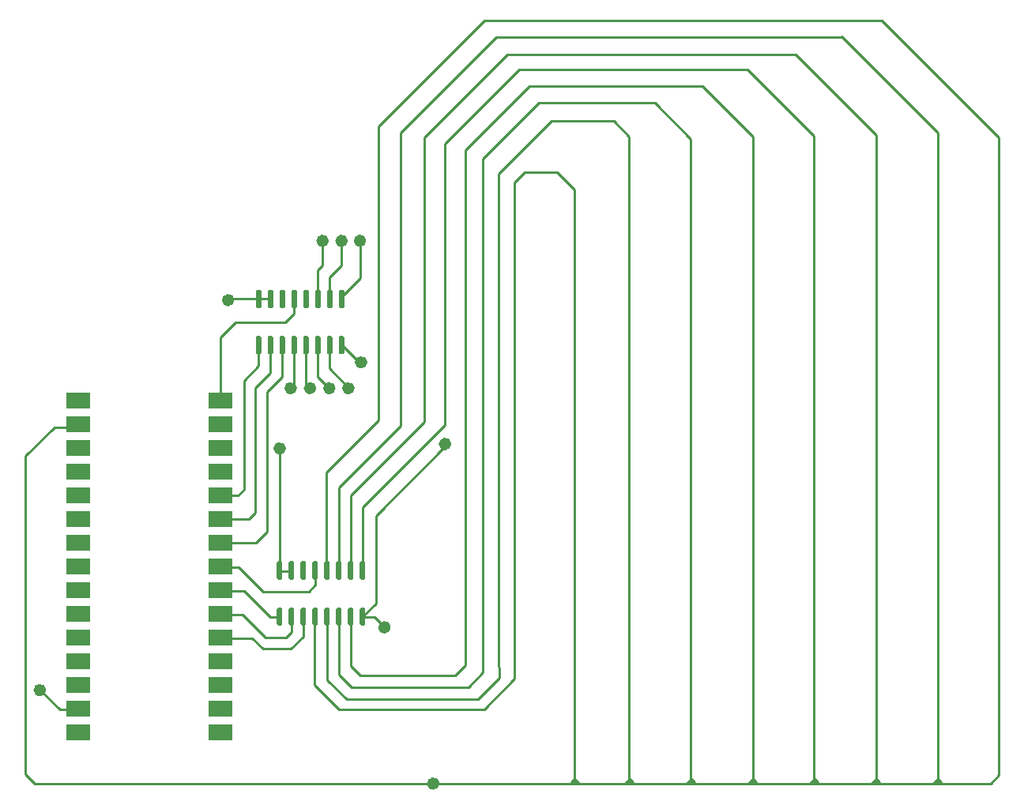
<source format=gbr>
%TF.GenerationSoftware,KiCad,Pcbnew,(6.0.7)*%
%TF.CreationDate,2022-11-17T10:47:32-05:00*%
%TF.ProjectId,double_layer_prototype,646f7562-6c65-45f6-9c61-7965725f7072,rev?*%
%TF.SameCoordinates,Original*%
%TF.FileFunction,Copper,L1,Top*%
%TF.FilePolarity,Positive*%
%FSLAX46Y46*%
G04 Gerber Fmt 4.6, Leading zero omitted, Abs format (unit mm)*
G04 Created by KiCad (PCBNEW (6.0.7)) date 2022-11-17 10:47:32*
%MOMM*%
%LPD*%
G01*
G04 APERTURE LIST*
%TA.AperFunction,NonConductor*%
%ADD10C,0.667961*%
%TD*%
%TA.AperFunction,SMDPad,CuDef*%
%ADD11R,2.500000X1.750000*%
%TD*%
%TA.AperFunction,ViaPad*%
%ADD12C,0.710000*%
%TD*%
%TA.AperFunction,Conductor*%
%ADD13C,0.250000*%
%TD*%
G04 APERTURE END LIST*
D10*
X92145819Y-114782600D02*
G75*
G03*
X92145819Y-114782600I-333980J0D01*
G01*
X83154219Y-106019600D02*
G75*
G03*
X83154219Y-106019600I-333980J0D01*
G01*
X79023180Y-93005639D02*
G75*
G03*
X79023180Y-93005639I-333980J0D01*
G01*
X75610419Y-108804439D02*
G75*
G03*
X75610419Y-108804439I-333980J0D01*
G01*
X81791780Y-108804439D02*
G75*
G03*
X81791780Y-108804439I-333980J0D01*
G01*
X68904819Y-99364800D02*
G75*
G03*
X68904819Y-99364800I-333980J0D01*
G01*
X77676980Y-108804439D02*
G75*
G03*
X77676980Y-108804439I-333980J0D01*
G01*
X81062258Y-93014800D02*
G75*
G03*
X81062258Y-93014800I-333980J0D01*
G01*
X48723751Y-141158581D02*
G75*
G03*
X48723751Y-141158581I-333980J0D01*
G01*
X85661741Y-134442200D02*
G75*
G03*
X85661741Y-134442200I-333980J0D01*
G01*
X83036380Y-93005639D02*
G75*
G03*
X83036380Y-93005639I-333980J0D01*
G01*
X90884980Y-151171639D02*
G75*
G03*
X90884980Y-151171639I-333980J0D01*
G01*
X74425780Y-115256039D02*
G75*
G03*
X74425780Y-115256039I-333980J0D01*
G01*
X79750619Y-108804439D02*
G75*
G03*
X79750619Y-108804439I-333980J0D01*
G01*
%TO.P,U1,1,D3*%
%TO.N,unconnected-(U1-Pad1)*%
%TA.AperFunction,SMDPad,CuDef*%
G36*
G01*
X82831800Y-127360000D02*
X83131800Y-127360000D01*
G75*
G02*
X83281800Y-127510000I0J-150000D01*
G01*
X83281800Y-129160000D01*
G75*
G02*
X83131800Y-129310000I-150000J0D01*
G01*
X82831800Y-129310000D01*
G75*
G02*
X82681800Y-129160000I0J150000D01*
G01*
X82681800Y-127510000D01*
G75*
G02*
X82831800Y-127360000I150000J0D01*
G01*
G37*
%TD.AperFunction*%
%TO.P,U1,2,D2*%
%TO.N,unconnected-(U1-Pad2)*%
%TA.AperFunction,SMDPad,CuDef*%
G36*
G01*
X81561800Y-127360000D02*
X81861800Y-127360000D01*
G75*
G02*
X82011800Y-127510000I0J-150000D01*
G01*
X82011800Y-129160000D01*
G75*
G02*
X81861800Y-129310000I-150000J0D01*
G01*
X81561800Y-129310000D01*
G75*
G02*
X81411800Y-129160000I0J150000D01*
G01*
X81411800Y-127510000D01*
G75*
G02*
X81561800Y-127360000I150000J0D01*
G01*
G37*
%TD.AperFunction*%
%TO.P,U1,3,D1*%
%TO.N,unconnected-(U1-Pad3)*%
%TA.AperFunction,SMDPad,CuDef*%
G36*
G01*
X80291800Y-127360000D02*
X80591800Y-127360000D01*
G75*
G02*
X80741800Y-127510000I0J-150000D01*
G01*
X80741800Y-129160000D01*
G75*
G02*
X80591800Y-129310000I-150000J0D01*
G01*
X80291800Y-129310000D01*
G75*
G02*
X80141800Y-129160000I0J150000D01*
G01*
X80141800Y-127510000D01*
G75*
G02*
X80291800Y-127360000I150000J0D01*
G01*
G37*
%TD.AperFunction*%
%TO.P,U1,4,D0*%
%TO.N,unconnected-(U1-Pad4)*%
%TA.AperFunction,SMDPad,CuDef*%
G36*
G01*
X79021800Y-127360000D02*
X79321800Y-127360000D01*
G75*
G02*
X79471800Y-127510000I0J-150000D01*
G01*
X79471800Y-129160000D01*
G75*
G02*
X79321800Y-129310000I-150000J0D01*
G01*
X79021800Y-129310000D01*
G75*
G02*
X78871800Y-129160000I0J150000D01*
G01*
X78871800Y-127510000D01*
G75*
G02*
X79021800Y-127360000I150000J0D01*
G01*
G37*
%TD.AperFunction*%
%TO.P,U1,5,Y*%
%TO.N,Net-(A1-Pad8)*%
%TA.AperFunction,SMDPad,CuDef*%
G36*
G01*
X77751800Y-127360000D02*
X78051800Y-127360000D01*
G75*
G02*
X78201800Y-127510000I0J-150000D01*
G01*
X78201800Y-129160000D01*
G75*
G02*
X78051800Y-129310000I-150000J0D01*
G01*
X77751800Y-129310000D01*
G75*
G02*
X77601800Y-129160000I0J150000D01*
G01*
X77601800Y-127510000D01*
G75*
G02*
X77751800Y-127360000I150000J0D01*
G01*
G37*
%TD.AperFunction*%
%TO.P,U1,6,W*%
%TO.N,unconnected-(U1-Pad6)*%
%TA.AperFunction,SMDPad,CuDef*%
G36*
G01*
X76481800Y-127360000D02*
X76781800Y-127360000D01*
G75*
G02*
X76931800Y-127510000I0J-150000D01*
G01*
X76931800Y-129160000D01*
G75*
G02*
X76781800Y-129310000I-150000J0D01*
G01*
X76481800Y-129310000D01*
G75*
G02*
X76331800Y-129160000I0J150000D01*
G01*
X76331800Y-127510000D01*
G75*
G02*
X76481800Y-127360000I150000J0D01*
G01*
G37*
%TD.AperFunction*%
%TO.P,U1,7,G'*%
%TO.N,GND*%
%TA.AperFunction,SMDPad,CuDef*%
G36*
G01*
X75211800Y-127360000D02*
X75511800Y-127360000D01*
G75*
G02*
X75661800Y-127510000I0J-150000D01*
G01*
X75661800Y-129160000D01*
G75*
G02*
X75511800Y-129310000I-150000J0D01*
G01*
X75211800Y-129310000D01*
G75*
G02*
X75061800Y-129160000I0J150000D01*
G01*
X75061800Y-127510000D01*
G75*
G02*
X75211800Y-127360000I150000J0D01*
G01*
G37*
%TD.AperFunction*%
%TO.P,U1,8,GND*%
%TA.AperFunction,SMDPad,CuDef*%
G36*
G01*
X73941800Y-127360000D02*
X74241800Y-127360000D01*
G75*
G02*
X74391800Y-127510000I0J-150000D01*
G01*
X74391800Y-129160000D01*
G75*
G02*
X74241800Y-129310000I-150000J0D01*
G01*
X73941800Y-129310000D01*
G75*
G02*
X73791800Y-129160000I0J150000D01*
G01*
X73791800Y-127510000D01*
G75*
G02*
X73941800Y-127360000I150000J0D01*
G01*
G37*
%TD.AperFunction*%
%TO.P,U1,9,C*%
%TO.N,Net-(A1-Pad7)*%
%TA.AperFunction,SMDPad,CuDef*%
G36*
G01*
X73941800Y-132310000D02*
X74241800Y-132310000D01*
G75*
G02*
X74391800Y-132460000I0J-150000D01*
G01*
X74391800Y-134110000D01*
G75*
G02*
X74241800Y-134260000I-150000J0D01*
G01*
X73941800Y-134260000D01*
G75*
G02*
X73791800Y-134110000I0J150000D01*
G01*
X73791800Y-132460000D01*
G75*
G02*
X73941800Y-132310000I150000J0D01*
G01*
G37*
%TD.AperFunction*%
%TO.P,U1,10,B*%
%TO.N,Net-(A1-Pad6)*%
%TA.AperFunction,SMDPad,CuDef*%
G36*
G01*
X75211800Y-132310000D02*
X75511800Y-132310000D01*
G75*
G02*
X75661800Y-132460000I0J-150000D01*
G01*
X75661800Y-134110000D01*
G75*
G02*
X75511800Y-134260000I-150000J0D01*
G01*
X75211800Y-134260000D01*
G75*
G02*
X75061800Y-134110000I0J150000D01*
G01*
X75061800Y-132460000D01*
G75*
G02*
X75211800Y-132310000I150000J0D01*
G01*
G37*
%TD.AperFunction*%
%TO.P,U1,11,A*%
%TO.N,Net-(A1-Pad5)*%
%TA.AperFunction,SMDPad,CuDef*%
G36*
G01*
X76481800Y-132310000D02*
X76781800Y-132310000D01*
G75*
G02*
X76931800Y-132460000I0J-150000D01*
G01*
X76931800Y-134110000D01*
G75*
G02*
X76781800Y-134260000I-150000J0D01*
G01*
X76481800Y-134260000D01*
G75*
G02*
X76331800Y-134110000I0J150000D01*
G01*
X76331800Y-132460000D01*
G75*
G02*
X76481800Y-132310000I150000J0D01*
G01*
G37*
%TD.AperFunction*%
%TO.P,U1,12,D7*%
%TO.N,unconnected-(U1-Pad12)*%
%TA.AperFunction,SMDPad,CuDef*%
G36*
G01*
X77751800Y-132310000D02*
X78051800Y-132310000D01*
G75*
G02*
X78201800Y-132460000I0J-150000D01*
G01*
X78201800Y-134110000D01*
G75*
G02*
X78051800Y-134260000I-150000J0D01*
G01*
X77751800Y-134260000D01*
G75*
G02*
X77601800Y-134110000I0J150000D01*
G01*
X77601800Y-132460000D01*
G75*
G02*
X77751800Y-132310000I150000J0D01*
G01*
G37*
%TD.AperFunction*%
%TO.P,U1,13,D6*%
%TO.N,unconnected-(U1-Pad13)*%
%TA.AperFunction,SMDPad,CuDef*%
G36*
G01*
X79021800Y-132310000D02*
X79321800Y-132310000D01*
G75*
G02*
X79471800Y-132460000I0J-150000D01*
G01*
X79471800Y-134110000D01*
G75*
G02*
X79321800Y-134260000I-150000J0D01*
G01*
X79021800Y-134260000D01*
G75*
G02*
X78871800Y-134110000I0J150000D01*
G01*
X78871800Y-132460000D01*
G75*
G02*
X79021800Y-132310000I150000J0D01*
G01*
G37*
%TD.AperFunction*%
%TO.P,U1,14,D5*%
%TO.N,unconnected-(U1-Pad14)*%
%TA.AperFunction,SMDPad,CuDef*%
G36*
G01*
X80291800Y-132310000D02*
X80591800Y-132310000D01*
G75*
G02*
X80741800Y-132460000I0J-150000D01*
G01*
X80741800Y-134110000D01*
G75*
G02*
X80591800Y-134260000I-150000J0D01*
G01*
X80291800Y-134260000D01*
G75*
G02*
X80141800Y-134110000I0J150000D01*
G01*
X80141800Y-132460000D01*
G75*
G02*
X80291800Y-132310000I150000J0D01*
G01*
G37*
%TD.AperFunction*%
%TO.P,U1,15,D4*%
%TO.N,unconnected-(U1-Pad15)*%
%TA.AperFunction,SMDPad,CuDef*%
G36*
G01*
X81561800Y-132310000D02*
X81861800Y-132310000D01*
G75*
G02*
X82011800Y-132460000I0J-150000D01*
G01*
X82011800Y-134110000D01*
G75*
G02*
X81861800Y-134260000I-150000J0D01*
G01*
X81561800Y-134260000D01*
G75*
G02*
X81411800Y-134110000I0J150000D01*
G01*
X81411800Y-132460000D01*
G75*
G02*
X81561800Y-132310000I150000J0D01*
G01*
G37*
%TD.AperFunction*%
%TO.P,U1,16,Vcc*%
%TO.N,Net-(A1-Pad17)*%
%TA.AperFunction,SMDPad,CuDef*%
G36*
G01*
X82831800Y-132310000D02*
X83131800Y-132310000D01*
G75*
G02*
X83281800Y-132460000I0J-150000D01*
G01*
X83281800Y-134110000D01*
G75*
G02*
X83131800Y-134260000I-150000J0D01*
G01*
X82831800Y-134260000D01*
G75*
G02*
X82681800Y-134110000I0J150000D01*
G01*
X82681800Y-132460000D01*
G75*
G02*
X82831800Y-132310000I150000J0D01*
G01*
G37*
%TD.AperFunction*%
%TD*%
%TO.P,U2,1,D3*%
%TO.N,unconnected-(U2-Pad1)*%
%TA.AperFunction,SMDPad,CuDef*%
G36*
G01*
X80571200Y-98277000D02*
X80871200Y-98277000D01*
G75*
G02*
X81021200Y-98427000I0J-150000D01*
G01*
X81021200Y-100077000D01*
G75*
G02*
X80871200Y-100227000I-150000J0D01*
G01*
X80571200Y-100227000D01*
G75*
G02*
X80421200Y-100077000I0J150000D01*
G01*
X80421200Y-98427000D01*
G75*
G02*
X80571200Y-98277000I150000J0D01*
G01*
G37*
%TD.AperFunction*%
%TO.P,U2,2,D2*%
%TO.N,unconnected-(U2-Pad2)*%
%TA.AperFunction,SMDPad,CuDef*%
G36*
G01*
X79301200Y-98277000D02*
X79601200Y-98277000D01*
G75*
G02*
X79751200Y-98427000I0J-150000D01*
G01*
X79751200Y-100077000D01*
G75*
G02*
X79601200Y-100227000I-150000J0D01*
G01*
X79301200Y-100227000D01*
G75*
G02*
X79151200Y-100077000I0J150000D01*
G01*
X79151200Y-98427000D01*
G75*
G02*
X79301200Y-98277000I150000J0D01*
G01*
G37*
%TD.AperFunction*%
%TO.P,U2,3,D1*%
%TO.N,unconnected-(U2-Pad3)*%
%TA.AperFunction,SMDPad,CuDef*%
G36*
G01*
X78031200Y-98277000D02*
X78331200Y-98277000D01*
G75*
G02*
X78481200Y-98427000I0J-150000D01*
G01*
X78481200Y-100077000D01*
G75*
G02*
X78331200Y-100227000I-150000J0D01*
G01*
X78031200Y-100227000D01*
G75*
G02*
X77881200Y-100077000I0J150000D01*
G01*
X77881200Y-98427000D01*
G75*
G02*
X78031200Y-98277000I150000J0D01*
G01*
G37*
%TD.AperFunction*%
%TO.P,U2,4,D0*%
%TO.N,unconnected-(U2-Pad4)*%
%TA.AperFunction,SMDPad,CuDef*%
G36*
G01*
X76761200Y-98277000D02*
X77061200Y-98277000D01*
G75*
G02*
X77211200Y-98427000I0J-150000D01*
G01*
X77211200Y-100077000D01*
G75*
G02*
X77061200Y-100227000I-150000J0D01*
G01*
X76761200Y-100227000D01*
G75*
G02*
X76611200Y-100077000I0J150000D01*
G01*
X76611200Y-98427000D01*
G75*
G02*
X76761200Y-98277000I150000J0D01*
G01*
G37*
%TD.AperFunction*%
%TO.P,U2,5,Y*%
%TO.N,Net-(A1-Pad15)*%
%TA.AperFunction,SMDPad,CuDef*%
G36*
G01*
X75491200Y-98277000D02*
X75791200Y-98277000D01*
G75*
G02*
X75941200Y-98427000I0J-150000D01*
G01*
X75941200Y-100077000D01*
G75*
G02*
X75791200Y-100227000I-150000J0D01*
G01*
X75491200Y-100227000D01*
G75*
G02*
X75341200Y-100077000I0J150000D01*
G01*
X75341200Y-98427000D01*
G75*
G02*
X75491200Y-98277000I150000J0D01*
G01*
G37*
%TD.AperFunction*%
%TO.P,U2,6,W*%
%TO.N,unconnected-(U2-Pad6)*%
%TA.AperFunction,SMDPad,CuDef*%
G36*
G01*
X74221200Y-98277000D02*
X74521200Y-98277000D01*
G75*
G02*
X74671200Y-98427000I0J-150000D01*
G01*
X74671200Y-100077000D01*
G75*
G02*
X74521200Y-100227000I-150000J0D01*
G01*
X74221200Y-100227000D01*
G75*
G02*
X74071200Y-100077000I0J150000D01*
G01*
X74071200Y-98427000D01*
G75*
G02*
X74221200Y-98277000I150000J0D01*
G01*
G37*
%TD.AperFunction*%
%TO.P,U2,7,G'*%
%TO.N,GND*%
%TA.AperFunction,SMDPad,CuDef*%
G36*
G01*
X72951200Y-98277000D02*
X73251200Y-98277000D01*
G75*
G02*
X73401200Y-98427000I0J-150000D01*
G01*
X73401200Y-100077000D01*
G75*
G02*
X73251200Y-100227000I-150000J0D01*
G01*
X72951200Y-100227000D01*
G75*
G02*
X72801200Y-100077000I0J150000D01*
G01*
X72801200Y-98427000D01*
G75*
G02*
X72951200Y-98277000I150000J0D01*
G01*
G37*
%TD.AperFunction*%
%TO.P,U2,8,GND*%
%TA.AperFunction,SMDPad,CuDef*%
G36*
G01*
X71681200Y-98277000D02*
X71981200Y-98277000D01*
G75*
G02*
X72131200Y-98427000I0J-150000D01*
G01*
X72131200Y-100077000D01*
G75*
G02*
X71981200Y-100227000I-150000J0D01*
G01*
X71681200Y-100227000D01*
G75*
G02*
X71531200Y-100077000I0J150000D01*
G01*
X71531200Y-98427000D01*
G75*
G02*
X71681200Y-98277000I150000J0D01*
G01*
G37*
%TD.AperFunction*%
%TO.P,U2,9,C*%
%TO.N,Net-(A1-Pad11)*%
%TA.AperFunction,SMDPad,CuDef*%
G36*
G01*
X71681200Y-103227000D02*
X71981200Y-103227000D01*
G75*
G02*
X72131200Y-103377000I0J-150000D01*
G01*
X72131200Y-105027000D01*
G75*
G02*
X71981200Y-105177000I-150000J0D01*
G01*
X71681200Y-105177000D01*
G75*
G02*
X71531200Y-105027000I0J150000D01*
G01*
X71531200Y-103377000D01*
G75*
G02*
X71681200Y-103227000I150000J0D01*
G01*
G37*
%TD.AperFunction*%
%TO.P,U2,10,B*%
%TO.N,Net-(A1-Pad10)*%
%TA.AperFunction,SMDPad,CuDef*%
G36*
G01*
X72951200Y-103227000D02*
X73251200Y-103227000D01*
G75*
G02*
X73401200Y-103377000I0J-150000D01*
G01*
X73401200Y-105027000D01*
G75*
G02*
X73251200Y-105177000I-150000J0D01*
G01*
X72951200Y-105177000D01*
G75*
G02*
X72801200Y-105027000I0J150000D01*
G01*
X72801200Y-103377000D01*
G75*
G02*
X72951200Y-103227000I150000J0D01*
G01*
G37*
%TD.AperFunction*%
%TO.P,U2,11,A*%
%TO.N,Net-(A1-Pad9)*%
%TA.AperFunction,SMDPad,CuDef*%
G36*
G01*
X74221200Y-103227000D02*
X74521200Y-103227000D01*
G75*
G02*
X74671200Y-103377000I0J-150000D01*
G01*
X74671200Y-105027000D01*
G75*
G02*
X74521200Y-105177000I-150000J0D01*
G01*
X74221200Y-105177000D01*
G75*
G02*
X74071200Y-105027000I0J150000D01*
G01*
X74071200Y-103377000D01*
G75*
G02*
X74221200Y-103227000I150000J0D01*
G01*
G37*
%TD.AperFunction*%
%TO.P,U2,12,D7*%
%TO.N,unconnected-(U2-Pad12)*%
%TA.AperFunction,SMDPad,CuDef*%
G36*
G01*
X75491200Y-103227000D02*
X75791200Y-103227000D01*
G75*
G02*
X75941200Y-103377000I0J-150000D01*
G01*
X75941200Y-105027000D01*
G75*
G02*
X75791200Y-105177000I-150000J0D01*
G01*
X75491200Y-105177000D01*
G75*
G02*
X75341200Y-105027000I0J150000D01*
G01*
X75341200Y-103377000D01*
G75*
G02*
X75491200Y-103227000I150000J0D01*
G01*
G37*
%TD.AperFunction*%
%TO.P,U2,13,D6*%
%TO.N,unconnected-(U2-Pad13)*%
%TA.AperFunction,SMDPad,CuDef*%
G36*
G01*
X76761200Y-103227000D02*
X77061200Y-103227000D01*
G75*
G02*
X77211200Y-103377000I0J-150000D01*
G01*
X77211200Y-105027000D01*
G75*
G02*
X77061200Y-105177000I-150000J0D01*
G01*
X76761200Y-105177000D01*
G75*
G02*
X76611200Y-105027000I0J150000D01*
G01*
X76611200Y-103377000D01*
G75*
G02*
X76761200Y-103227000I150000J0D01*
G01*
G37*
%TD.AperFunction*%
%TO.P,U2,14,D5*%
%TO.N,unconnected-(U2-Pad14)*%
%TA.AperFunction,SMDPad,CuDef*%
G36*
G01*
X78031200Y-103227000D02*
X78331200Y-103227000D01*
G75*
G02*
X78481200Y-103377000I0J-150000D01*
G01*
X78481200Y-105027000D01*
G75*
G02*
X78331200Y-105177000I-150000J0D01*
G01*
X78031200Y-105177000D01*
G75*
G02*
X77881200Y-105027000I0J150000D01*
G01*
X77881200Y-103377000D01*
G75*
G02*
X78031200Y-103227000I150000J0D01*
G01*
G37*
%TD.AperFunction*%
%TO.P,U2,15,D4*%
%TO.N,unconnected-(U2-Pad15)*%
%TA.AperFunction,SMDPad,CuDef*%
G36*
G01*
X79301200Y-103227000D02*
X79601200Y-103227000D01*
G75*
G02*
X79751200Y-103377000I0J-150000D01*
G01*
X79751200Y-105027000D01*
G75*
G02*
X79601200Y-105177000I-150000J0D01*
G01*
X79301200Y-105177000D01*
G75*
G02*
X79151200Y-105027000I0J150000D01*
G01*
X79151200Y-103377000D01*
G75*
G02*
X79301200Y-103227000I150000J0D01*
G01*
G37*
%TD.AperFunction*%
%TO.P,U2,16,Vcc*%
%TO.N,Net-(A1-Pad17)*%
%TA.AperFunction,SMDPad,CuDef*%
G36*
G01*
X80571200Y-103227000D02*
X80871200Y-103227000D01*
G75*
G02*
X81021200Y-103377000I0J-150000D01*
G01*
X81021200Y-105027000D01*
G75*
G02*
X80871200Y-105177000I-150000J0D01*
G01*
X80571200Y-105177000D01*
G75*
G02*
X80421200Y-105027000I0J150000D01*
G01*
X80421200Y-103377000D01*
G75*
G02*
X80571200Y-103227000I150000J0D01*
G01*
G37*
%TD.AperFunction*%
%TD*%
D11*
%TO.P,A1,1,D1/TX*%
%TO.N,unconnected-(A1-Pad1)*%
X67731800Y-145719800D03*
%TO.P,A1,2,D0/RX*%
%TO.N,unconnected-(A1-Pad2)*%
X67731800Y-143179800D03*
%TO.P,A1,3,~{RESET}*%
%TO.N,unconnected-(A1-Pad3)*%
X67731800Y-140639800D03*
%TO.P,A1,4,GND*%
%TO.N,GND*%
X67731800Y-138099800D03*
%TO.P,A1,5,D2*%
%TO.N,Net-(A1-Pad5)*%
X67731800Y-135559800D03*
%TO.P,A1,6,D3*%
%TO.N,Net-(A1-Pad6)*%
X67731800Y-133019800D03*
%TO.P,A1,7,D4*%
%TO.N,Net-(A1-Pad7)*%
X67731800Y-130479800D03*
%TO.P,A1,8,D5*%
%TO.N,Net-(A1-Pad8)*%
X67731800Y-127939800D03*
%TO.P,A1,9,D6*%
%TO.N,Net-(A1-Pad9)*%
X67731800Y-125399800D03*
%TO.P,A1,10,D7*%
%TO.N,Net-(A1-Pad10)*%
X67731800Y-122859800D03*
%TO.P,A1,11,D8*%
%TO.N,Net-(A1-Pad11)*%
X67731800Y-120319800D03*
%TO.P,A1,12,D9*%
%TO.N,unconnected-(A1-Pad12)*%
X67731800Y-117779800D03*
%TO.P,A1,13,D10*%
%TO.N,unconnected-(A1-Pad13)*%
X67731800Y-115239800D03*
%TO.P,A1,14,D11*%
%TO.N,unconnected-(A1-Pad14)*%
X67731800Y-112699800D03*
%TO.P,A1,15,D12*%
%TO.N,Net-(A1-Pad15)*%
X67731800Y-110159800D03*
%TO.P,A1,16,D13*%
%TO.N,unconnected-(A1-Pad16)*%
X52491800Y-110159800D03*
%TO.P,A1,17,3V3*%
%TO.N,Net-(A1-Pad17)*%
X52491800Y-112699800D03*
%TO.P,A1,18,AREF*%
%TO.N,unconnected-(A1-Pad18)*%
X52491800Y-115239800D03*
%TO.P,A1,19,A0*%
%TO.N,unconnected-(A1-Pad19)*%
X52491800Y-117779800D03*
%TO.P,A1,20,A1*%
%TO.N,unconnected-(A1-Pad20)*%
X52491800Y-120319800D03*
%TO.P,A1,21,A2*%
%TO.N,unconnected-(A1-Pad21)*%
X52491800Y-122859800D03*
%TO.P,A1,22,A3*%
%TO.N,unconnected-(A1-Pad22)*%
X52491800Y-125399800D03*
%TO.P,A1,23,A4*%
%TO.N,unconnected-(A1-Pad23)*%
X52491800Y-127939800D03*
%TO.P,A1,24,A5*%
%TO.N,unconnected-(A1-Pad24)*%
X52491800Y-130479800D03*
%TO.P,A1,25,A6*%
%TO.N,unconnected-(A1-Pad25)*%
X52491800Y-133019800D03*
%TO.P,A1,26,A7*%
%TO.N,unconnected-(A1-Pad26)*%
X52491800Y-135559800D03*
%TO.P,A1,27,+5V*%
%TO.N,unconnected-(A1-Pad27)*%
X52491800Y-138099800D03*
%TO.P,A1,28,~{RESET}*%
%TO.N,unconnected-(A1-Pad28)*%
X52491800Y-140639800D03*
%TO.P,A1,29,GND*%
%TO.N,GND*%
X52491800Y-143179800D03*
%TO.P,A1,30,VIN*%
%TO.N,unconnected-(A1-Pad30)*%
X52491800Y-145719800D03*
%TD*%
D12*
%TO.N,*%
X91811839Y-114782600D03*
X82820239Y-106019600D03*
X81457800Y-108804439D03*
X78689200Y-93005639D03*
X77343000Y-108762800D03*
X48389771Y-141158581D03*
X80728278Y-93014800D03*
X90551000Y-151171639D03*
X75276439Y-108804439D03*
X74091800Y-115256039D03*
X82702400Y-93005639D03*
X68570839Y-99364800D03*
X79416639Y-108804439D03*
X85327761Y-134442200D03*
%TD*%
D13*
%TO.N,Net-(A1-Pad17)*%
X91857600Y-114669800D02*
X91821000Y-114706400D01*
X82866000Y-105906800D02*
X82829400Y-105943400D01*
X80808600Y-104202000D02*
X82753200Y-106146600D01*
X80721200Y-104202000D02*
X80808600Y-104202000D01*
X84404200Y-122453400D02*
X91871800Y-114985800D01*
X84404200Y-131862600D02*
X84404200Y-122453400D01*
X82981800Y-133285000D02*
X84404200Y-131862600D01*
%TO.N,GND*%
X68616600Y-99252000D02*
X68580000Y-99288600D01*
X71831200Y-99252000D02*
X68616600Y-99252000D01*
%TO.N,Net-(A1-Pad15)*%
X74726800Y-101727000D02*
X69342000Y-101727000D01*
X75641200Y-100812600D02*
X74726800Y-101727000D01*
X75641200Y-99252000D02*
X75641200Y-100812600D01*
X69342000Y-101727000D02*
X67731800Y-103337200D01*
X67731800Y-103337200D02*
X67731800Y-110159800D01*
%TO.N,unconnected-(U2-Pad2)*%
X80737439Y-93091000D02*
X80712039Y-93065600D01*
X78756239Y-93141800D02*
X78680039Y-93065600D01*
X80746600Y-98933000D02*
X82702400Y-96977200D01*
X80746600Y-99288600D02*
X80746600Y-98933000D01*
X82702400Y-96977200D02*
X82702400Y-93091000D01*
%TO.N,GND*%
X74091800Y-128385800D02*
X74091800Y-115189000D01*
X51310771Y-143250542D02*
X50548771Y-143250542D01*
X50548771Y-143250542D02*
X48389771Y-141091542D01*
X73075800Y-99252000D02*
X71805800Y-99252000D01*
X74117200Y-128385800D02*
X75387200Y-128385800D01*
%TO.N,Net-(A1-Pad7)*%
X73061600Y-133310400D02*
X70256400Y-130505200D01*
X74091800Y-133310400D02*
X73061600Y-133310400D01*
X70256400Y-130505200D02*
X67808000Y-130505200D01*
%TO.N,Net-(A1-Pad5)*%
X71145400Y-135585200D02*
X67808000Y-135585200D01*
X76631800Y-133310400D02*
X76631800Y-135432800D01*
X76631800Y-135432800D02*
X75311000Y-136753600D01*
X72313800Y-136753600D02*
X71145400Y-135585200D01*
X75311000Y-136753600D02*
X72313800Y-136753600D01*
%TO.N,Net-(A1-Pad6)*%
X72593200Y-135534400D02*
X70104000Y-133045200D01*
X70104000Y-133045200D02*
X67808000Y-133045200D01*
X74803000Y-135534400D02*
X72593200Y-135534400D01*
X75361800Y-133310400D02*
X75361800Y-134975600D01*
X75361800Y-134975600D02*
X74803000Y-135534400D01*
%TO.N,Net-(A1-Pad8)*%
X72339200Y-130581400D02*
X69723000Y-127965200D01*
X77901800Y-129870200D02*
X77190600Y-130581400D01*
X69723000Y-127965200D02*
X67808000Y-127965200D01*
X77927200Y-128385800D02*
X77927200Y-128762551D01*
X77190600Y-130581400D02*
X72339200Y-130581400D01*
X77901800Y-128787951D02*
X77901800Y-129870200D01*
X77927200Y-128762551D02*
X77901800Y-128787951D01*
%TO.N,Net-(A1-Pad9)*%
X74345800Y-107594400D02*
X72720200Y-109220000D01*
X74345800Y-104202000D02*
X74345800Y-107594400D01*
X71526400Y-125399800D02*
X67731800Y-125399800D01*
X72720200Y-124206000D02*
X71526400Y-125399800D01*
X72720200Y-109220000D02*
X72720200Y-124206000D01*
%TO.N,Net-(A1-Pad10)*%
X73075800Y-107137200D02*
X71475600Y-108737400D01*
X71475600Y-122174000D02*
X70789800Y-122859800D01*
X71475600Y-108737400D02*
X71475600Y-122174000D01*
X73075800Y-104202000D02*
X73075800Y-107137200D01*
X70789800Y-122859800D02*
X67731800Y-122859800D01*
%TO.N,unconnected-(U2-Pad2)*%
X79451200Y-99252000D02*
X79451200Y-96926400D01*
X79425800Y-99288600D02*
X79425800Y-98653600D01*
X80721200Y-95656400D02*
X80721200Y-93116400D01*
X79451200Y-96926400D02*
X80721200Y-95656400D01*
X78181200Y-96164400D02*
X78663800Y-95681800D01*
X78181200Y-99339400D02*
X78181200Y-96164400D01*
X78663800Y-95681800D02*
X78663800Y-93065600D01*
%TO.N,Net-(A1-Pad11)*%
X69621400Y-120319800D02*
X67731800Y-120319800D01*
X71805800Y-106426000D02*
X70256400Y-107975400D01*
X70256400Y-107975400D02*
X70256400Y-119684800D01*
X71805800Y-104202000D02*
X71805800Y-106426000D01*
X70256400Y-119684800D02*
X69621400Y-120319800D01*
%TO.N,Net-(A1-Pad17)*%
X144627600Y-150736258D02*
X144602200Y-150736258D01*
X77851000Y-140639800D02*
X77851000Y-133350000D01*
X118059200Y-151053800D02*
X118186200Y-150926800D01*
X105331029Y-151059258D02*
X105712029Y-150678258D01*
X49961800Y-112979200D02*
X51767200Y-112979200D01*
X96023357Y-75525557D02*
X95608371Y-75940542D01*
X150266400Y-151180800D02*
X47846400Y-151180800D01*
X134216371Y-71190742D02*
X97284771Y-71190742D01*
X82981800Y-133335800D02*
X84237600Y-133335800D01*
X105712029Y-150678258D02*
X106093029Y-151059258D01*
X111582200Y-150672800D02*
X111963200Y-151053800D01*
X84709000Y-80743912D02*
X84709000Y-112217200D01*
X98715756Y-75703356D02*
X97360971Y-77058142D01*
X124259571Y-74645142D02*
X99773971Y-74645142D01*
X105714800Y-87528400D02*
X103809800Y-85623400D01*
X124795658Y-151186258D02*
X124815600Y-151166316D01*
X138627375Y-69429546D02*
X151158171Y-81960342D01*
X111538459Y-150570030D02*
X111538459Y-81812230D01*
X124790200Y-150672800D02*
X125171200Y-151053800D01*
X96065571Y-69387342D02*
X93927856Y-71525056D01*
X46865771Y-150200171D02*
X46865771Y-116075229D01*
X129415771Y-73070342D02*
X98478571Y-73070342D01*
X109883171Y-80156942D02*
X103253771Y-80156942D01*
X80416400Y-139471400D02*
X80416400Y-133350000D01*
X138252200Y-151053800D02*
X137744200Y-151053800D01*
X96023357Y-75525557D02*
X89585800Y-81963114D01*
X97586800Y-85826600D02*
X97586800Y-138684000D01*
X94005400Y-138480800D02*
X92887800Y-139598400D01*
X137997361Y-81651932D02*
X129415771Y-73070342D01*
X105712029Y-150932258D02*
X105458029Y-151186258D01*
X92887800Y-139598400D02*
X82727800Y-139598400D01*
X131394200Y-150672800D02*
X131775200Y-151053800D01*
X137998200Y-150736258D02*
X138003722Y-150736258D01*
X89585800Y-81963114D02*
X89585800Y-112395000D01*
X87045800Y-112877600D02*
X80441800Y-119481600D01*
X124917200Y-150926800D02*
X124663200Y-151180800D01*
X105966029Y-151059258D02*
X105458029Y-151059258D01*
X118186200Y-150926800D02*
X117932200Y-151180800D01*
X82981800Y-121564400D02*
X82981800Y-128295400D01*
X111201200Y-151053800D02*
X111582200Y-150672800D01*
X138125200Y-150926800D02*
X137871200Y-151180800D01*
X144602200Y-150672800D02*
X144983200Y-151053800D01*
X89585800Y-112395000D02*
X81711800Y-120269000D01*
X118440200Y-151053800D02*
X117932200Y-151053800D01*
X81254600Y-142163800D02*
X79197200Y-140106400D01*
X81711800Y-120269000D02*
X81711800Y-128295400D01*
X105714800Y-150672800D02*
X105714800Y-87528400D01*
X119368738Y-76397742D02*
X100866171Y-76397742D01*
X79121000Y-117805200D02*
X79121000Y-128295400D01*
X97586800Y-138684000D02*
X97637600Y-138734800D01*
X137617200Y-151053800D02*
X137998200Y-150672800D01*
X103253771Y-80156942D02*
X102364771Y-81045942D01*
X151158171Y-81960342D02*
X151158171Y-150235542D01*
X91770200Y-82648912D02*
X91770200Y-112776000D01*
X94005400Y-83258512D02*
X94005400Y-138480800D01*
X131371571Y-150641942D02*
X131371571Y-81757142D01*
X124663200Y-151053800D02*
X124790200Y-150926800D01*
X117805200Y-151053800D02*
X118186200Y-150672800D01*
X98478571Y-73070342D02*
X96023357Y-75525557D01*
X111455200Y-151053800D02*
X111582200Y-150926800D01*
X144983200Y-151053800D02*
X144475200Y-151053800D01*
X131648200Y-151053800D02*
X131140200Y-151053800D01*
X138728975Y-69387342D02*
X96065571Y-69387342D01*
X87045800Y-81429712D02*
X87045800Y-112877600D01*
X95885000Y-139268200D02*
X94310200Y-140843000D01*
X84709000Y-112217200D02*
X79121000Y-117805200D01*
X144604971Y-81401542D02*
X144604971Y-150730800D01*
X134313683Y-71110254D02*
X144604971Y-81401542D01*
X124792971Y-81821975D02*
X119368738Y-76397742D01*
X93927856Y-71525056D02*
X92966771Y-72486142D01*
X111538459Y-81812230D02*
X109883171Y-80156942D01*
X81737200Y-138607800D02*
X81737200Y-133350000D01*
X124792971Y-151160858D02*
X124792971Y-81821975D01*
X103809800Y-85623400D02*
X100380800Y-85623400D01*
X131267200Y-151053800D02*
X131394200Y-150926800D01*
X91770200Y-112776000D02*
X82981800Y-121564400D01*
X131013200Y-151053800D02*
X131394200Y-150672800D01*
X97637600Y-139852400D02*
X95326200Y-142163800D01*
X131371571Y-81757142D02*
X124259571Y-74645142D01*
X114274600Y-78226542D02*
X101856771Y-78226542D01*
X95502656Y-72972856D02*
X87045800Y-81429712D01*
X138003722Y-150736258D02*
X138019990Y-150719990D01*
X81788000Y-140843000D02*
X80416400Y-139471400D01*
X95502656Y-72972856D02*
X94084371Y-74391142D01*
X101598656Y-78484656D02*
X95885000Y-84198312D01*
X47846400Y-151180800D02*
X46865771Y-150200171D01*
X118163571Y-150997542D02*
X118163571Y-82115513D01*
X102364771Y-81045942D02*
X102364771Y-81048629D01*
X99263200Y-139954000D02*
X95986600Y-143230600D01*
X137997361Y-150714532D02*
X137997361Y-81651932D01*
X80441800Y-143230600D02*
X77851000Y-140639800D01*
X82727800Y-139598400D02*
X81737200Y-138607800D01*
X98715756Y-75703356D02*
X91770200Y-82648912D01*
X101856771Y-78226542D02*
X101598656Y-78484656D01*
X102364771Y-81048629D02*
X97586800Y-85826600D01*
X131521200Y-150926800D02*
X131267200Y-151180800D01*
X79197200Y-140106400D02*
X79197200Y-133350000D01*
X99773971Y-74645142D02*
X98715756Y-75703356D01*
X137998200Y-150672800D02*
X138379200Y-151053800D01*
X144221200Y-151053800D02*
X144602200Y-150672800D01*
X84237600Y-133335800D02*
X85344000Y-134442200D01*
X46865771Y-116075229D02*
X49961800Y-112979200D01*
X99553956Y-77709956D02*
X94005400Y-83258512D01*
X137871200Y-151053800D02*
X137998200Y-150926800D01*
X95885000Y-84198312D02*
X95885000Y-139268200D01*
X101598656Y-78484656D02*
X100688371Y-79394942D01*
X93927856Y-71525056D02*
X84709000Y-80743912D01*
X118186200Y-150672800D02*
X118567200Y-151053800D01*
X99263200Y-86741000D02*
X99263200Y-139954000D01*
X97637600Y-138734800D02*
X97637600Y-139852400D01*
X111836200Y-151053800D02*
X111328200Y-151053800D01*
X80441800Y-119481600D02*
X80441800Y-128295400D01*
X94310200Y-140843000D02*
X81788000Y-140843000D01*
X125171200Y-151053800D02*
X124663200Y-151053800D01*
X100866171Y-76397742D02*
X99553956Y-77709956D01*
X144475200Y-151053800D02*
X144602200Y-150926800D01*
X100380800Y-85623400D02*
X99263200Y-86741000D01*
X124409200Y-151053800D02*
X124790200Y-150672800D01*
X105585029Y-151059258D02*
X105712029Y-150932258D01*
X118163571Y-82115513D02*
X114274600Y-78226542D01*
X95326200Y-142163800D02*
X81254600Y-142163800D01*
X111582200Y-150926800D02*
X111328200Y-151180800D01*
X97284771Y-71190742D02*
X95502656Y-72972856D01*
X95986600Y-143230600D02*
X80441800Y-143230600D01*
X144602200Y-150926800D02*
X144348200Y-151180800D01*
X105712029Y-150729058D02*
X105716317Y-150724770D01*
X151155400Y-150291800D02*
X150266400Y-151180800D01*
X99553956Y-77709956D02*
X99113571Y-78150342D01*
%TO.N,unconnected-(U2-Pad2)*%
X75590400Y-104252800D02*
X75590400Y-108407200D01*
X75590400Y-108407200D02*
X75209400Y-108788200D01*
X79400400Y-104252800D02*
X79400400Y-106680000D01*
X79400400Y-106680000D02*
X81483200Y-108762800D01*
X78130400Y-104252800D02*
X78130400Y-107569000D01*
X78130400Y-107569000D02*
X79400400Y-108839000D01*
X76860400Y-104252800D02*
X76860400Y-108407200D01*
X76860400Y-108407200D02*
X77317600Y-108864400D01*
%TD*%
M02*

</source>
